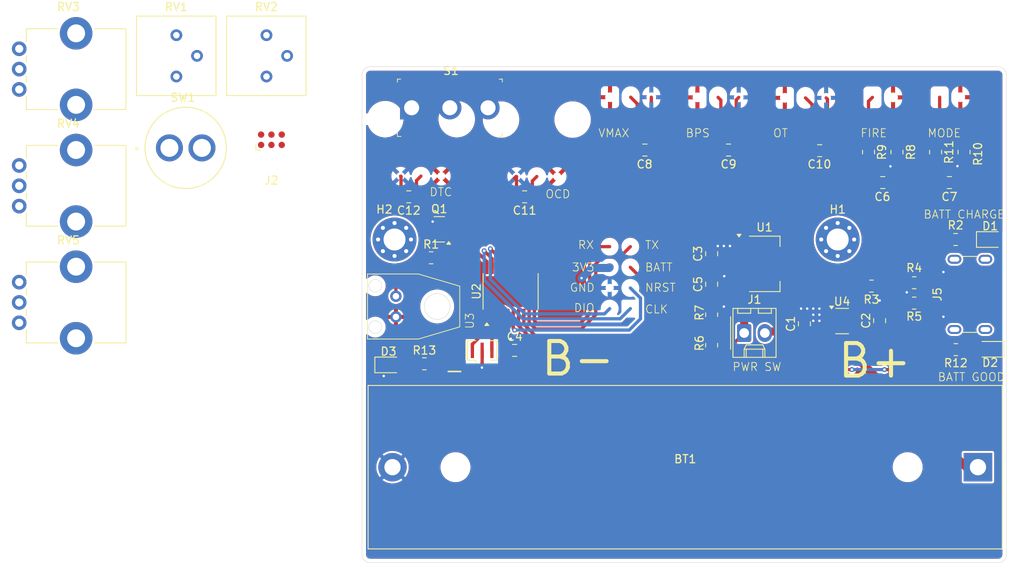
<source format=kicad_pcb>
(kicad_pcb (version 20241229) (generator "pcbnew") (generator_version "9.0")
  (layers (0 "F.Cu" signal) (2 "B.Cu" signal) (13 "F.Paste" user) (15 "B.Paste" user) (5 "F.SilkS" user "F.Silkscreen") (7 "B.SilkS" user "B.Silkscreen") (1 "F.Mask" user) (3 "B.Mask" user) (25 "Edge.Cuts" user))
  (net 0 "")
  (net 1 "Net-(BT1-+)")
  (net 2 "Net-(D1-A)")
  (net 3 "Net-(D1-K)")
  (net 4 "+BATT")
  (net 5 "TX")
  (net 6 "GND")
  (net 7 "Net-(Q1-D)")
  (net 8 "Net-(U3-K)")
  (net 10 "Net-(R8-Pad2)")
  (net 12 "E_OT")
  (net 13 "I_OCD")
  (net 14 "CLK")
  (net 15 "NRST")
  (net 16 "+3.3V")
  (net 17 "Net-(R10-Pad2)")
  (net 18 "I_DTC")
  (net 19 "E_VMAX")
  (net 20 "BAT_LED")
  (net 21 "BAT_SENSE")
  (net 22 "Net-(U2-PC14)")
  (net 23 "BLED")
  (net 24 "E_BPS")
  (net 25 "DIO")
  (net 26 "Net-(U2-PC15)")
  (net 28 "SW_SINGLESHOT")
  (net 29 "BTN_FIRE")
  (net 32 "Net-(J5-CC2)")
  (net 34 "Net-(J5-CC1)")
  (net 35 "Net-(U4-STAT)")
  (net 36 "Net-(U4-PROG)")
  (net 37 "Net-(D2-A)")
  (net 38 "Net-(D3-A)")
  (net 57 "unconnected-(U2-PA3-Pad10)")
  (net 58 "unconnected-(U2-PA2-Pad9)")
  (footprint "Crystal:Resonator_SMD_Murata_CSTxExxV-3Pin_3.0x1.1mm" (layer "F.Cu") (at 202.525 112.8875)
    (property "Reference" "Y1" (hide yes))
    (property "Value" "CSTNE24M0VH3C000R0")
  )
  (footprint "Potentiometer_THT:Potentiometer_Bourns_PTV09A-1_Single_Vertical" (layer "F.Cu") (at 145.59 95.144)
    (property "Reference" "RV4")
    (property "Value" "PTV09A-4020U-B103")
  )
  (footprint "Resistor_SMD:R_0805_2012Metric" (layer "F.Cu") (at 253.54 88.5 90)
    (property "Reference" "R8")
    (property "Value" "10k")
  )
  (footprint "Capacitor_SMD:C_0805_2012Metric" (layer "F.Cu") (at 251.4075 109.2325 90)
    (property "Reference" "C2")
    (property "Value" "10u")
  )
  (footprint "Capacitor_SMD:C_0805_2012Metric" (layer "F.Cu") (at 206.525 112.8875)
    (property "Reference" "C4")
    (property "Value" "100n")
  )
  (footprint "Resistor_SMD:R_0805_2012Metric" (layer "F.Cu") (at 250.04 88.5 -90)
    (property "Reference" "R9")
    (property "Value" "1k")
  )
  (footprint "Capacitor_SMD:C_0805_2012Metric" (layer "F.Cu") (at 244.04 88.33)
    (property "Reference" "C10")
    (property "Value" "10u")
  )
  (footprint "Resistor_SMD:R_0805_2012Metric" (layer "F.Cu") (at 260.7775 112.795 180)
    (property "Reference" "R12")
    (property "Value" "1k")
  )
  (footprint "Resistor_SMD:R_0805_2012Metric" (layer "F.Cu") (at 250.4075 104.9825 180)
    (property "Reference" "R3")
    (property "Value" "2k")
  )
  (footprint "Resistor_SMD:R_0805_2012Metric" (layer "F.Cu") (at 255.6575 104.57 180)
    (property "Reference" "R4")
    (property "Value" "5.1k")
  )
  (footprint "Connector:Tag-Connect_TC2030-IDC-FP_2x03_P1.27mm_Vertical" (layer "F.Cu") (at 176.61 86.984)
    (property "Reference" "J2")
    (property "Value" "Conn_ARM_SWD_TagConnect_TC2030")
  )
  (footprint "Capacitor_SMD:C_0805_2012Metric" (layer "F.Cu") (at 193.5 94 180)
    (property "Reference" "C12")
    (property "Value" "10u")
  )
  (footprint "digikey-footprints:Toggle_Switch_100SP1T1B4M2QE" (layer "F.Cu") (at 193.85 83.05)
    (property "Reference" "S1")
    (property "Value" "100SP1T1B4M2QE")
  )
  (footprint "Resistor_SMD:R_0805_2012Metric" (layer "F.Cu") (at 196.25 101.5)
    (property "Reference" "R1")
    (property "Value" "65R")
  )
  (footprint "Capacitor_SMD:C_0805_2012Metric" (layer "F.Cu") (at 232.83 88.25)
    (property "Reference" "C9")
    (property "Value" "10u")
  )
  (footprint "MountingHole:MountingHole_2.7mm_M2.5_Pad_Via" (layer "F.Cu") (at 246.25 99.25)
    (property "Reference" "H1")
    (property "Value" "MountingHole_Pad")
  )
  (footprint "Resistor_SMD:R_0805_2012Metric" (layer "F.Cu") (at 230.75 108.5 -90)
    (property "Reference" "R7")
    (property "Value" "10k")
  )
  (footprint "Package_TO_SOT_SMD:SOT-23-5" (layer "F.Cu") (at 246.795 109.2825)
    (property "Reference" "U4")
    (property "Value" "MCP73831-2-OT")
  )
  (footprint "Potentiometer_THT:Potentiometer_Bourns_3386P_Vertical" (layer "F.Cu") (at 164.92 79.204)
    (property "Reference" "RV1")
    (property "Value" "3386P-1-103LF")
  )
  (footprint "Resistor_SMD:R_0805_2012Metric" (layer "F.Cu") (at 195.4225 114.5375)
    (property "Reference" "R13")
    (property "Value" "1k")
  )
  (footprint "Battery:BatteryHolder_MPD_BH-18650-PC2" (layer "F.Cu") (at 263.5 127.25 180)
    (property "Reference" "BT1")
    (property "Value" "BH-18650-PC")
  )
  (footprint "Resistor_SMD:R_0805_2012Metric" (layer "F.Cu") (at 255.6575 107.07 180)
    (property "Reference" "R5")
    (property "Value" "5.1k")
  )
  (footprint "Capacitor_SMD:C_0805_2012Metric" (layer "F.Cu") (at 259.99 92.25)
    (property "Reference" "C7")
    (property "Value" "10u")
  )
  (footprint "Capacitor_SMD:C_0805_2012Metric" (layer "F.Cu") (at 230.75 101 90)
    (property "Reference" "C3")
    (property "Value" "10u")
  )
  (footprint "Resistor_SMD:R_0805_2012Metric" (layer "F.Cu") (at 230.75 112.25 -90)
    (property "Reference" "R6")
    (property "Value" "10k")
  )
  (footprint "MountingHole:MountingHole_2.7mm_M2.5_Pad_Via" (layer "F.Cu") (at 191.75 99.25)
    (property "Reference" "H2")
    (property "Value" "MountingHole_Pad")
  )
  (footprint "Resistor_SMD:R_0805_2012Metric" (layer "F.Cu") (at 258.29 88.5 -90)
    (property "Reference" "R11")
    (property "Value" "1k")
  )
  (footprint "LED_SMD:LED_0805_2012Metric" (layer "F.Cu") (at 265 99.25)
    (property "Reference" "D1")
    (property "Value" "LED")
  )
  (footprint "Capacitor_SMD:C_0805_2012Metric" (layer "F.Cu") (at 251.79 92.25)
    (property "Reference" "C6")
    (property "Value" "10u")
  )
  (footprint "Package_SO:TSSOP-20_4.4x6.5mm_P0.65mm" (layer "F.Cu") (at 206.025 105.6375 90)
    (property "Reference" "U2")
    (property "Value" "STM32C011F6Px")
  )
  (footprint "Resistor_SMD:R_0805_2012Metric" (layer "F.Cu") (at 260.75 99.25 180)
    (property "Reference" "R2")
    (property "Value" "1k")
  )
  (footprint "Potentiometer_THT:Potentiometer_Bourns_3386P_Vertical" (layer "F.Cu") (at 176 79.204)
    (property "Reference" "RV2")
    (property "Value" "3386P-1-103LF")
  )
  (footprint "Capacitor_SMD:C_0805_2012Metric" (layer "F.Cu") (at 207.75 94 180)
    (property "Reference" "C11")
    (property "Value" "10u")
  )
  (footprint "Package_TO_SOT_SMD:SOT-23" (layer "F.Cu") (at 197.25 98 180)
    (property "Reference" "Q1")
    (property "Value" "T2N7002AK")
  )
  (footprint "Potentiometer_THT:Potentiometer_Bourns_PTV09A-1_Single_Vertical" (layer "F.Cu") (at 145.59 80.794)
    (property "Reference" "RV3")
    (property "Value" "PTV09A-4020U-B103")
  )
  (footprint "Connector_USB:USB_C_Receptacle_GCT_USB4125-xx-x-0190_6P_TopMnt_Horizontal" (layer "F.Cu") (at 263.6075 106 90)
    (property "Reference" "J5")
    (property "Value" "USB4125-GF-A-0190")
  )
  (footprint "Capacitor_SMD:C_0805_2012Metric" (layer "F.Cu") (at 230.75 104.75 90)
    (property "Reference" "C5")
    (property "Value" "10u")
  )
  (footprint "Resistor_SMD:R_0805_2012Metric" (layer "F.Cu") (at 261.79 88.5 90)
    (property "Reference" "R10")
    (property "Value" "10k")
  )
  (footprint "Connector_Molex:Molex_KK-254_AE-6410-02A_1x02_P2.54mm_Vertical" (layer "F.Cu") (at 234.75 110.75)
    (property "Reference" "J1")
    (property "Value" "Conn_01x02_Pin")
  )
  (footprint "Potentiometer_THT:Potentiometer_Bourns_PTV09A-1_Single_Vertical" (layer "F.Cu") (at 145.59 109.494)
    (property "Reference" "RV5")
    (property "Value" "PTV09A-4020U-B103")
  )
  (footprint "Package_TO_SOT_SMD:SOT-223-3_TabPin2" (layer "F.Cu") (at 237.25 102.25)
    (property "Reference" "U1")
    (property "Value" "NCP1117-3.3_SOT223")
  )
  (footprint "Library:SW_PS1024ALRED" (layer "F.Cu") (at 166.065 87.984)
    (property "Reference" "SW1")
    (property "Value" "PS1024ALRED")
  )
  (footprint "LED_SMD:LED_0805_2012Metric" (layer "F.Cu") (at 191.0125 114.6725)
    (property "Reference" "D3")
    (property "Value" "LED")
  )
  (footprint "Capacitor_SMD:C_0805_2012Metric" (layer "F.Cu") (at 242.1575 109.62 90)
    (property "Reference" "C1")
    (property "Value" "10u")
  )
  (footprint "LED_SMD:LED_0805_2012Metric" (layer "F.Cu") (at 265 112.75 180)
    (property "Reference" "D2")
    (property "Value" "LED")
  )
  (footprint "Capacitor_SMD:C_0805_2012Metric" (layer "F.Cu") (at 222.54 88.25)
    (property "Reference" "C8")
    (property "Value" "10u")
  )
  (footprint "Library:IF-E96E" (layer "F.Cu") (at 188.4325 110.9925 90)
    (property "Reference" "U3")
    (property "Value" "IF-E96E")
    (fp_circle (center 6.0475 0.945) (end 6.835 0.945) (stroke (width 0.05)) (fill no) (layer "Edge.Cuts"))
    (fp_circle (center 0.9678 0.945) (end 1.7553 0.945) (stroke (width 0.05)) (fill no) (layer "Edge.Cuts"))
    (fp_circle (center 3.5075 8.565) (end 5.095 8.565) (stroke (width 0.05)) (fill no) (layer "Edge.Cuts"))
  )
  (gr_line (start 267 79) (end 267 138) (stroke (width 0.05)) (layer "Edge.Cuts"))
  (gr_arc (start 188.75 139) (mid 188.042893 138.707107) (end 187.75 138) (stroke (width 0.05)) (layer "Edge.Cuts"))
  (gr_line (start 266 78) (end 188.75 78) (stroke (width 0.05)) (layer "Edge.Cuts"))
  (gr_line (start 187.75 79) (end 187.75 138) (stroke (width 0.05)) (layer "Edge.Cuts"))
  (gr_line (start 188.75 139) (end 266 139) (stroke (width 0.05)) (layer "Edge.Cuts"))
  (gr_arc (start 187.75 79) (mid 188.042893 78.292893) (end 188.75 78) (stroke (width 0.05)) (layer "Edge.Cuts"))
  (gr_arc (start 267 138) (mid 266.707107 138.707107) (end 266 139) (stroke (width 0.05)) (layer "Edge.Cuts"))
  (gr_arc (start 266 78) (mid 266.707107 78.292893) (end 267 79) (stroke (width 0.05)) (layer "Edge.Cuts"))
  (gr_text "VMAX" (at 216.75 86.75 0) (layer "F.SilkS") (effects (font (size 1 1) (thickness 0.1)) (justify left bottom)))
  (gr_text "GND" (at 213.25 105.75 0) (layer "F.SilkS") (effects (font (size 1 1) (thickness 0.1)) (justify left bottom)))
  (gr_text "B+" (at 246 116.5 0) (layer "F.SilkS") (effects (font (size 4 4) (thickness 0.5)) (justify left bottom)))
  (gr_text "TX" (at 222.5 100.5 0) (layer "F.SilkS") (effects (font (size 1 1) (thickness 0.1)) (justify left bottom)))
  (gr_text "CLK" (at 222.5 108.415 0) (layer "F.SilkS") (effects (font (size 1 1) (thickness 0.1)) (justify left bottom)))
  (gr_text "BPS" (at 227.5 86.75 0) (layer "F.SilkS") (effects (font (size 1 1) (thickness 0.1)) (justify left bottom)))
  (gr_text "-" (at 197.75 116.5 0) (layer "F.SilkS") (effects (font (size 2 2) (thickness 0.2)) (justify left bottom)))
  (gr_text "DIO" (at 213.75 108.25 0) (layer "F.SilkS") (effects (font (size 1 1) (thickness 0.1)) (justify left bottom)))
  (gr_text "OT" (at 238.25 86.75 0) (layer "F.SilkS") (effects (font (size 1 1) (thickness 0.1)) (justify left bottom)))
  (gr_text "B-" (at 209.5 116.25 0) (layer "F.SilkS") (effects (font (size 4 4) (thickness 0.5)) (justify left bottom)))
  (gr_text "3V3" (at 213.5 103.25 0) (layer "F.SilkS") (effects (font (size 1 1) (thickness 0.1)) (justify left bottom)))
  (gr_text "BATT GOOD" (at 258.5 116.75 0) (layer "F.SilkS") (effects (font (size 1 1) (thickness 0.1)) (justify left bottom)))
  (gr_text "NRST" (at 222.5 105.75 0) (layer "F.SilkS") (effects (font (size 1 1) (thickness 0.1)) (justify left bottom)))
  (gr_text "BATT CHARGE" (at 256.75 96.75 0) (layer "F.SilkS") (effects (font (size 1 1) (thickness 0.1)) (justify left bottom)))
  (gr_text "OCD" (at 210.25 94.25 0) (layer "F.SilkS") (effects (font (size 1 1) (thickness 0.1)) (justify left bottom)))
  (gr_text "PWR SW" (at 233.25 115.5 0) (layer "F.SilkS") (effects (font (size 1 1) (thickness 0.1)) (justify left bottom)))
  (gr_text "RX" (at 214.25 100.5 0) (layer "F.SilkS") (effects (font (size 1 1) (thickness 0.1)) (justify left bottom)))
  (gr_text "BATT" (at 222.5 103.25 0) (layer "F.SilkS") (effects (font (size 1 1) (thickness 0.1)) (justify left bottom)))
  (gr_text "FIRE" (at 249 86.75 0) (layer "F.SilkS") (effects (font (size 1 1) (thickness 0.1)) (justify left bottom)))
  (gr_text "MODE" (at 257.25 86.75 0) (layer "F.SilkS") (effects (font (size 1 1) (thickness 0.1)) (justify left bottom)))
  (gr_text "DTC" (at 196 94 0) (layer "F.SilkS") (effects (font (size 1 1) (thickness 0.1)) (justify left bottom)))
  (segment (start 242.1575 110.57) (end 237.47 110.57) (width 1) (layer "F.Cu") (net 1))
  (segment (start 242.1575 110.57) (end 245.371 110.57) (width 1) (layer "F.Cu") (net 1))
  (segment (start 237.47 110.57) (end 237.29 110.75) (width 1) (layer "F.Cu") (net 1))
  (segment (start 245.371 110.57) (end 245.6575 110.2835) (width 1) (layer "F.Cu") (net 1))
  (segment (start 245.371 110.57) (end 262.051 127.25) (width 1) (layer "F.Cu") (net 1))
  (segment (start 262.051 127.25) (end 263.5 127.25) (width 1) (layer "F.Cu") (net 1))
  (segment (start 264.27 104.48) (end 265.9375 102.8125) (width 0.4) (layer "F.Cu") (net 2))
  (segment (start 260.5275 104.48) (end 264.27 104.48) (width 0.4) (layer "F.Cu") (net 2))
  (segment (start 251.6075 110.2325) (end 251.6575 110.1825) (width 0.4) (layer "F.Cu") (net 2))
  (segment (start 265.9375 102.8125) (end 265.9375 99.25) (width 0.4) (layer "F.Cu") (net 2))
  (segment (start 261.6625 99.25) (end 264.0625 99.25) (width 0.4) (layer "F.Cu") (net 3))
  (segment (start 232.3375 113.1625) (end 234.75 110.75) (width 0.4) (layer "F.Cu") (net 4))
  (segment (start 222.879 104.799) (end 233.851 104.799) (width 0.4) (layer "F.Cu") (net 4))
  (segment (start 220.75 102.67) (end 222.879 104.799) (width 0.4) (layer "F.Cu") (net 4))
  (segment (start 234.75 105.2) (end 234.1 104.55) (width 1) (layer "F.Cu") (net 4))
  (segment (start 234.75 110.75) (end 234.75 105.2) (width 1) (layer "F.Cu") (net 4))
  (segment (start 230.75 113.1625) (end 232.3375 113.1625) (width 0.4) (layer "F.Cu") (net 4))
  (segment (start 233.851 104.799) (end 234.1 104.55) (width 0.4) (layer "F.Cu") (net 4))
  (segment (start 200.0875 98.95) (end 198.1875 98.95) (width 0.4) (layer "F.Cu") (net 5))
  (segment (start 203.1 101.9625) (end 200.0875 98.95) (width 0.4) (layer "F.Cu") (net 5))
  (segment (start 203.1 102.775) (end 203.1 101.9625) (width 0.4) (layer "F.Cu") (net 5))
  (segment (start 233.78 82.07) (end 234.08 81.77) (width 0.4) (layer "F.Cu") (net 6))
  (segment (start 205.7 108.5) (end 205.7 111.1125) (width 0.4) (layer "F.Cu") (net 6))
  (segment (start 192.55 91.5) (end 192.5 91.45) (width 0.4) (layer "F.Cu") (net 6))
  (segment (start 251.4075 108.2825) (end 251.4075 106.75) (width 0.4) (layer "F.Cu") (net 6))
  (segment (start 223.33 88.09) (end 223.49 88.25) (width 0.4) (layer "F.Cu") (net 6))
  (segment (start 254.745 105.75) (end 254.745 104.57) (width 0.4) (layer "F.Cu") (net 6))
  (segment (start 205.7 111.1125) (end 206.04375 111.45625) (width 0.4) (layer "F.Cu") (net 6))
  (segment (start 202.5 115) (end 202.5 114.5) (width 0.4) (layer "F.Cu") (net 6))
  (segment (start 265.9375 110.205083) (end 264.482417 108.75) (width 0.4) (layer "F.Cu") (net 6))
  (segment (start 192.55 94) (end 192.55 91.5) (width 0.4) (layer "F.Cu") (net 6))
  (segment (start 254.745 107.07) (end 254.745 105.75) (width 0.4) (layer "F.Cu") (net 6))
  (segment (start 233 100.05) (end 234 100.05) (width 1) (layer "F.Cu") (net 6))
  (segment (start 231.5 107.5) (end 231.4125 107.5875) (width 0.4) (layer "F.Cu") (net 6))
  (segment (start 259.25 108.75) (end 260.5275 108.75) (width 1) (layer "F.Cu") (net 6))
  (segment (start 252.74 92.25) (end 252.74 90.25) (width 0.4) (layer "F.Cu") (net 6))
  (segment (start 190.075 115.69) (end 190.4225 116.0375) (width 0.4) (layer "F.Cu") (net 6))
  (segment (start 232.25 107.5) (end 231.5 107.5) (width 0.4) (layer "F.Cu") (net 6))
  (segment (start 244.99 88.33) (end 244.99 81.99) (width 0.4) (layer "F.Cu") (net 6))
  (segment (start 252.74 90.2125) (end 253.54 89.4125) (width 0.4) (layer "F.Cu") (net 6))
  (segment (start 230.75 100.05) (end 231.5 100.05) (width 1) (layer "F.Cu") (net 6))
  (segment (start 196.4375 97.05) (end 198.1875 97.05) (width 0.4) (layer "F.Cu") (net 6))
  (segment (start 244.99 81.99) (end 244.83 81.83) (width 0.4) (layer "F.Cu") (net 6))
  (segment (start 260.94 92.25) (end 260.94 90.2625) (width 0.4) (layer "F.Cu") (net 6))
  (segment (start 232.25 100.05) (end 233 100.05) (width 1) (layer "F.Cu") (net 6))
  (segment (start 251.4075 105.07) (end 251.32 104.9825) (width 0.4) (layer "F.Cu") (net 6))
  (segment (start 223.33 81.75) (end 223.33 88.09) (width 0.4) (layer "F.Cu") (net 6))
  (segment (start 202.5 114.5) (end 202.525 114.475) (width 0.4) (layer "F.Cu") (net 6))
  (segment (start 252.74 90.25) (end 252.74 90.2125) (width 0.4) (layer "F.Cu") (net 6))
  (segment (start 190.075 114.6725) (end 190.075 115.69) (width 0.4) (layer "F.Cu") (net 6))
  (segment (start 206.75 93.95) (end 206.8 94) (width 0.4) (layer "F.Cu") (net 6))
  (segment (start 260.94 90.2625) (end 260.97625 90.22625) (width 0.4) (layer "F.Cu") (net 6))
  (segment (start 259.25 103.25) (end 260.5275 103.25) (width 1) (layer "F.Cu") (net 6))
  (segment (start 265.9375 112.75) (end 265.9375 110.205083) (width 0.4) (layer "F.Cu") (net 6))
  (segment (start 206.75 91.5) (end 206.75 93.95) (width 0.4) (layer "F.Cu") (net 6))
  (segment (start 234 100.05) (end 234.1 99.95) (width 1) (layer "F.Cu") (net 6))
  (segment (start 233.78 88.25) (end 233.78 82.07) (width 0.4) (layer "F.Cu") (net 6))
  (segment (start 264.482417 108.75) (end 260.5275 108.75) (width 0.4) (layer "F.Cu") (net 6))
  (segment (start 202.525 114.475) (end 202.525 112.8875) (width 0.4) (layer "F.Cu") (net 6))
  (segment (start 231.5 100.05) (end 232.25 100.05) (width 1) (layer "F.Cu") (net 6))
  (segment (start 230.75 103.8) (end 232.259641 103.8) (width 0.4) (layer "F.Cu") (net 6))
  (segment (start 206.34 91.85) (end 206.69 91.5) (width 0.4) (layer "F.Cu") (net 6))
  (segment (start 231.4125 107.5875) (end 230.75 107.5875) (width 0.4) (layer "F.Cu") (net 6))
  (segment (start 251.4075 106.75) (end 251.4075 105.07) (width 0.4) (layer "F.Cu") (net 6))
  (segment (start 232.259641 103.8) (end 232.298259 103.761382) (width 0.4) (layer "F.Cu") (net 6))
  (segment (start 260.97625 90.22625) (end 261.79 89.4125) (width 0.4) (layer "F.Cu") (net 6))
  (segment (start 206.04375 111.45625) (end 207.475 112.8875) (width 0.4) (layer "F.Cu") (net 6))
  (via (at 243.25 109.25) (size 0.6) (drill 0.3) (layers "F.Cu" "B.Cu") (net 6))
  (via (at 243.25 108.5) (size 0.6) (drill 0.3) (layers "F.Cu" "B.Cu") (net 6))
  (via (at 233 100.05) (size 0.6) (drill 0.3) (layers "F.Cu" "B.Cu") (net 6))
  (via (at 252.74 90.25) (size 0.6) (drill 0.3) (layers "F.Cu" "B.Cu") (net 6))
  (via (at 260.97625 90.22625) (size 0.6) (drill 0.3) (layers "F.Cu" "B.Cu") (net 6))
  (via (at 259.25 103.25) (size 0.6) (drill 0.3) (layers "F.Cu" "B.Cu") (net 6))
  (via (at 244 108.5) (size 0.6) (drill 0.3) (layers "F.Cu" "B.Cu") (net 6))
  (via (at 259.25 108.75) (size 0.6) (drill 0.3) (layers "F.Cu" "B.Cu") (net 6))
  (via (at 231.5 100.05) (size 0.6) (drill 0.3) (layers "F.Cu" "B.Cu") (net 6))
  (via (at 202.5 115) (size 0.6) (drill 0.3) (layers "F.Cu" "B.Cu") (net 6))
  (via (at 196.4375 97.05) (size 0.6) (drill 0.3) (layers "F.Cu" "B.Cu") (net 6))
  (via (at 232.25 100.05) (size 0.6) (drill 0.3) (layers "F.Cu" "B.Cu") (net 6))
  (via (at 244 107.75) (size 0.6) (drill 0.3) (layers "F.Cu" "B.Cu") (net 6))
  (via (at 242.5 107.75) (size 0.6) (drill 0.3) (layers "F.Cu" "B.Cu") (net 6))
  (via (at 244 109.25) (size 0.6) (drill 0.3) (layers "F.Cu" "B.Cu") (net 6))
  (via (at 243.25 107.75) (size 0.6) (drill 0.3) (layers "F.Cu" "B.Cu") (net 6))
  (via (at 232.298259 103.761382) (size 0.6) (drill 0.3) (layers "F.Cu" "B.Cu") (net 6))
  (via (at 254.745 105.75) (size 0.6) (drill 0.3) (layers "F.Cu" "B.Cu") (net 6))
  (via (at 232.25 107.5) (size 0.6) (drill 0.3) (layers "F.Cu" "B.Cu") (net 6))
  (via (at 241.75 107.75) (size 0.6) (drill 0.3) (layers "F.Cu" "B.Cu") (net 6))
  (via (at 190.4225 116.0375) (size 0.6) (drill 0.3) (layers "F.Cu" "B.Cu") (net 6))
  (via (at 206.04375 111.45625) (size 0.6) (drill 0.3) (layers "F.Cu" "B.Cu") (net 6))
  (via (at 251.4075 106.75) (size 0.6) (drill 0.3) (layers "F.Cu" "B.Cu") (net 6))
  (segment (start 196.3125 100.65) (end 196.3125 98) (width 0.4) (layer "F.Cu") (net 7))
  (segment (start 197.1625 101.5) (end 196.3125 100.65) (width 0.4) (layer "F.Cu") (net 7))
  (segment (start 191.9175 106.23) (end 191.9175 104.92) (width 0.4) (layer "F.Cu") (net 8))
  (segment (start 191.9175 104.92) (end 195.3375 101.5) (width 0.4) (layer "F.Cu") (net 8))
  (segment (start 250.04 87.5875) (end 250.04 82.25) (width 0.4) (layer "F.Cu") (net 10))
  (segment (start 253.54 87.5875) (end 250.04 87.5875) (width 0.4) (layer "F.Cu") (net 10))
  (segment (start 250.04 82.25) (end 250.52 81.77) (width 0.4) (layer "F.Cu") (net 10))
  (segment (start 243.09 88.33) (end 243.09 82.63) (width 0.4) (layer "F.Cu") (net 12))
  (segment (start 207.65 100.1) (end 216.048 91.702) (width 0.4) (layer "F.Cu") (net 12))
  (segment (start 243.09 82.63) (end 242.29 81.83) (width 0.4) (layer "F.Cu") (net 12))
  (segment (start 216.048 91.702) (end 239.718 91.702) (width 0.4) (layer "F.Cu") (net 12))
  (segment (start 239.718 91.702) (end 243.09 88.33) (width 0.4) (layer "F.Cu") (net 12))
  (segment (start 207.65 102.775) (end 207.65 100.1) (width 0.4) (layer "F.Cu") (net 12))
  (segment (start 205.7 102.775) (end 205.7 97.98) (width 0.4) (layer "F.Cu") (net 13))
  (segment (start 208.7 94) (end 208.7 92.05) (width 0.4) (layer "F.Cu") (net 13))
  (segment (start 208.7 94.98) (end 208.7 94) (width 0.4) (layer "F.Cu") (net 13))
  (segment (start 205.7 97.98) (end 208.7 94.98) (width 0.4) (layer "F.Cu") (net 13))
  (segment (start 208.7 92.05) (end 209.25 91.5) (width 0.4) (layer "F.Cu") (net 13))
  (segment (start 203.75 101.6125) (end 203.75 102.775) (width 0.4) (layer "F.Cu") (net 14))
  (segment (start 202.775 100.6375) (end 203.75 101.6125) (width 0.4) (layer "F.Cu") (net 14))
  (via (at 202.775 100.6375) (size 0.6) (drill 0.3) (layers "F.Cu" "B.Cu") (net 14))
  (segment (start 202.775 100.6375) (end 202.775 104.237442) (width 0.4) (layer "B.Cu") (net 14))
  (segment (start 207.538558 109.001) (end 219.499 109.001) (width 0.4) (layer "B.Cu") (net 14))
  (segment (start 219.499 109.001) (end 220.75 107.75) (width 0.4) (layer "B.Cu") (net 14))
  (segment (start 202.775 104.237442) (end 207.538558 109.001) (width 0.4) (layer "B.Cu") (net 14))
  (segment (start 206.35 110.2125) (end 206.525 110.3875) (width 0.4) (layer "F.Cu") (net 15))
  (segment (start 206.35 108.5) (end 206.35 110.2125) (width 0.4) (layer "F.Cu") (net 15))
  (via (at 206.525 110.3875) (size 0.6) (drill 0.3) (layers "F.Cu" "B.Cu") (net 15))
  (segment (start 206.525 110.3875) (end 220.6145 110.3875) (width 0.4) (layer "B.Cu") (net 15))
  (segment (start 220.6145 110.3875) (end 222.001 109.001) (width 0.4) (layer "B.Cu") (net 15))
  (segment (start 222.001 109.001) (end 222.001 106.461) (width 0.4) (layer "B.Cu") (net 15))
  (segment (start 222.001 106.461) (end 220.75 105.21) (width 0.4) (layer "B.Cu") (net 15))
  (segment (start 230.75 101.95) (end 233.8 101.95) (width 1) (layer "F.Cu") (net 16))
  (segment (start 234.1 102.25) (end 240.4 102.25) (width 1) (layer "F.Cu") (net 16))
  (segment (start 233.8 101.95) (end 234.1 102.25) (width 1) (layer "F.Cu") (net 16))
  (segment (start 205.05 112.3625) (end 205.05 108.5) (width 0.4) (layer "F.Cu") (net 16))
  (segment (start 205.575 112.8875) (end 205.05 112.3625) (width 0.4) (layer "F.Cu") (net 16))
  (via (at 214.75 104) (size 0.6) (drill 0.3) (layers "F.Cu" "B.Cu") (net 16))
  (segment (start 218.13 102.75) (end 218.21 102.67) (width 1) (layer "B.Cu") (net 16))
  (segment (start 216 102.75) (end 218.13 102.75) (width 1) (layer "B.Cu") (net 16))
  (segment (start 214.75 104) (end 216 102.75) (width 1) (layer "B.Cu") (net 16))
  (segment (start 258.29 86.79) (end 258.79 86.29) (width 0.4) (layer "F.Cu") (net 17))
  (segment (start 258.79 86.29) (end 258.79 81.75) (width 0.4) (layer "F.Cu") (net 17))
  (segment (start 258.29 87.5875) (end 261.79 87.5875) (width 0.4) (layer "F.Cu") (net 17))
  (segment (start 258.29 87.5875) (end 258.29 86.79) (width 0.4) (layer "F.Cu") (net 17))
  (segment (start 194.45 94) (end 194.45 92) (width 0.4) (layer "F.Cu") (net 18))
  (segment (start 194.45 92) (end 195 91.45) (width 0.4) (layer "F.Cu") (net 18))
  (segment (start 205.05 102.775) (end 205.05 100.911263) (width 0.4) (layer "F.Cu") (net 18))
  (segment (start 205.05 100.911263) (end 198.138737 94) (width 0.4) (layer "F.Cu") (net 18))
  (segment (start 198.138737 94) (end 194.45 94) (width 0.4) (layer "F.Cu") (net 18))
  (segment (start 206.35 102.775) (end 206.35 99.65) (width 0.4) (layer "F.Cu") (net 19))
  (segment (start 221.59 88.25) (end 221.59 82.55) (width 0.4) (layer "F.Cu") (net 19))
  (segment (start 219.34 90.5) (end 221.59 88.25) (width 0.4) (layer "F.Cu") (net 19))
  (segment (start 221.59 82.55) (end 220.79 81.75) (width 0.4) (layer "F.Cu") (net 19))
  (segment (start 215.5 90.5) (end 219.34 90.5) (width 0.4) (layer "F.Cu") (net 19))
  (segment (start 206.35 99.65) (end 215.5 90.5) (width 0.4) (layer "F.Cu") (net 19))
  (segment (start 207 109.8625) (end 207 108.5) (width 0.4) (layer "F.Cu") (net 20))
  (segment (start 209.1375 112) (end 207 109.8625) (width 0.4) (layer "F.Cu") (net 20))
  (segment (start 248 115.25) (end 229.75 115.25) (width 0.4) (layer "F.Cu") (net 20))
  (segment (start 252 115.25) (end 252.5 115.25) (width 0.4) (layer "F.Cu") (net 20))
  (segment (start 229.75 115.25) (end 226.5 112) (width 0.4) (layer "F.Cu") (net 20))
  (segment (start 254.955 112.795) (end 259.865 112.795) (width 0.4) (layer "F.Cu") (net 20))
  (segment (start 252.5 115.25) (end 254.955 112.795) (width 0.4) (layer "F.Cu") (net 20))
  (segment (start 226.5 112) (end 209.1375 112) (width 0.4) (layer "F.Cu") (net 20))
  (via (at 252 115.25) (size 0.6) (drill 0.3) (layers "F.Cu" "B.Cu") (net 20))
  (via (at 248 115.25) (size 0.6) (drill 0.3) (layers "F.Cu" "B.Cu") (net 20))
  (segment (start 248 115.25) (end 252 115.25) (width 0.4) (layer "B.Cu") (net 20))
  (segment (start 230.75 109.4125) (end 229.6625 109.4125) (width 0.4) (layer "F.Cu") (net 21))
  (segment (start 209.324942 111.3375) (end 230.75 111.3375) (width 0.4) (layer "F.Cu") (net 21))
  (segment (start 229.8 105.7) (end 230.75 105.7) (width 0.4) (layer "F.Cu") (net 21))
  (segment (start 230.75 111.3375) (end 230.75 109.4125) (width 0.4) (layer "F.Cu") (net 21))
  (segment (start 229.6625 109.4125) (end 228.5 108.25) (width 0.4) (layer "F.Cu") (net 21))
  (segment (start 207.65 108.5) (end 207.65 109.662558) (width 0.4) (layer "F.Cu") (net 21))
  (segment (start 207.65 109.662558) (end 209.324942 111.3375) (width 0.4) (layer "F.Cu") (net 21))
  (segment (start 228.5 108.25) (end 228.5 107) (width 0.4) (layer "F.Cu") (net 21))
  (segment (start 228.5 107) (end 229.8 105.7) (width 0.4) (layer "F.Cu") (net 21))
  (segment (start 203.75 108.5) (end 203.75 109.7105) (width 0.4) (layer "F.Cu") (net 22))
  (segment (start 203.75 109.7105) (end 201.325 112.1355) (width 0.4) (layer "F.Cu") (net 22))
  (segment (start 201.325 112.1355) (end 201.325 112.8875) (width 0.4) (layer "F.Cu") (net 22))
  (segment (start 201.680279 110.930279) (end 199.942221 110.930279) (width 0.4) (layer "F.Cu") (net 23))
  (segment (start 203.1 108.5) (end 203.1 109.510558) (width 0.4) (layer "F.Cu") (net 23))
  (segment (start 199.942221 110.930279) (end 196.335 114.5375) (width 0.4) (layer "F.Cu") (net 23))
  (segment (start 203.1 109.510558) (end 201.680279 110.930279) (width 0.4) (layer "F.Cu") (net 23))
  (segment (start 207 102.775) (end 207 100) (width 0.4) (layer "F.Cu") (net 24))
  (segment (start 216.296942 91.101) (end 229.029 91.101) (width 0.4) (layer "F.Cu") (net 24))
  (segment (start 207.049 99.851058) (end 207.401058 99.499) (width 0.4) (layer "F.Cu") (net 24))
  (segment (start 215.899 91.101) (end 216.296942 91.101) (width 0.4) (layer "F.Cu") (net 24))
  (segment (start 207.401058 99.499) (end 215.447 91.453058) (width 0.4) (layer "F.Cu") (net 24))
  (segment (start 231.88 88.25) (end 231.88 82.11) (width 0.4) (layer "F.Cu") (net 24))
  (segment (start 215.799058 91.101) (end 215.899 91.101) (width 0.4) (layer "F.Cu") (net 24))
  (segment (start 207 100) (end 207.049 99.951) (width 0.4) (layer "F.Cu") (net 24))
  (segment (start 231.88 82.11) (end 231.54 81.77) (width 0.4) (layer "F.Cu") (net 24))
  (segment (start 215.447 91.453058) (end 215.799058 91.101) (width 0.4) (layer "F.Cu") (net 24))
  (segment (start 207.049 99.951) (end 207.049 99.851058) (width 0.4) (layer "F.Cu") (net 24))
  (segment (start 229.029 91.101) (end 231.88 88.25) (width 0.4) (layer "F.Cu") (net 24))
  (segment (start 204.4 102.775) (end 204.4 101.252627) (width 0.4) (layer "F.Cu") (net 25))
  (segment (start 204.4 101.252627) (end 203.534968 100.387595) (width 0.4) (layer "F.Cu") (net 25))
  (via (at 203.534968 100.387595) (size 0.6) (drill 0.3) (layers "F.Cu" "B.Cu") (net 25))
  (segment (start 203.534968 100.387595) (end 203.534968 104.147468) (width 0.4) (layer "B.Cu") (net 25))
  (segment (start 217.56 108.4) (end 218.21 107.75) (width 0.4) (layer "B.Cu") (net 25))
  (segment (start 207.7875 108.4) (end 217.56 108.4) (width 0.4) (layer "B.Cu") (net 25))
  (segment (start 203.534968 104.147468) (end 207.7875 108.4) (width 0.4) (layer "B.Cu") (net 25))
  (segment (start 203.725 110.775) (end 204.4 110.1) (width 0.4) (layer "F.Cu") (net 26))
  (segment (start 203.725 112.8875) (end 203.725 110.775) (width 0.4) (layer "F.Cu") (net 26))
  (segment (start 204.4 110.1) (end 204.4 108.5) (width 0.4) (layer "F.Cu") (net 26))
  (segment (start 216 93.75) (end 257.54 93.75) (width 0.4) (layer "F.Cu") (net 28))
  (segment (start 208.95 100.8) (end 216 93.75) (width 0.4) (layer "F.Cu") (net 28))
  (segment (start 208.95 102.775) (end 208.95 100.8) (width 0.4) (layer "F.Cu") (net 28))
  (segment (start 258.29 91.5) (end 259.04 92.25) (width 0.4) (layer "F.Cu") (net 28))
  (segment (start 258.29 89.4125) (end 258.29 91.5) (width 0.4) (layer "F.Cu") (net 28))
  (segment (start 257.54 93.75) (end 259.04 92.25) (width 0.4) (layer "F.Cu") (net 28))
  (segment (start 216.25 92.5) (end 250.59 92.5) (width 0.4) (layer "F.Cu") (net 29))
  (segment (start 250.84 90.2125) (end 250.04 89.4125) (width 0.4) (layer "F.Cu") (net 29))
  (segment (start 208.3 102.775) (end 208.3 100.45) (width 0.4) (layer "F.Cu") (net 29))
  (segment (start 250.84 92.25) (end 250.84 90.2125) (width 0.4) (layer "F.Cu") (net 29))
  (segment (start 250.59 92.5) (end 250.84 92.25) (width 0.4) (layer "F.Cu") (net 29))
  (segment (start 208.3 100.45) (end 216.25 92.5) (width 0.4) (layer "F.Cu") (net 29))
  (segment (start 260.5275 105.5) (end 257.5 105.5) (width 0.4) (layer "F.Cu") (net 32))
  (segment (start 257.5 105.5) (end 256.57 104.57) (width 0.4) (layer "F.Cu") (net 32))
  (segment (start 257.14 106.5) (end 256.57 107.07) (width 0.4) (layer "F.Cu") (net 34))
  (segment (start 260.5275 106.5) (end 257.14 106.5) (width 0.4) (layer "F.Cu") (net 34))
  (segment (start 245.6575 108.3325) (end 245.6575 106.5925) (width 0.4) (layer "F.Cu") (net 35))
  (segment (start 245.6575 106.5925) (end 253 99.25) (width 0.4) (layer "F.Cu") (net 35))
  (segment (start 253 99.25) (end 259.8375 99.25) (width 0.4) (layer "F.Cu") (net 35))
  (segment (start 249.495 107.845) (end 249.495 104.9825) (width 0.4) (layer "F.Cu") (net 36))
  (segment (start 247.9325 108.3325) (end 249.0075 108.3325) (width 0.4) (layer "F.Cu") (net 36))
  (segment (start 249.0075 108.3325) (end 249.495 107.845) (width 0.4) (layer "F.Cu") (net 36))
  (segment (start 261.735 112.75) (end 261.69 112.795) (width 0.4) (layer "F.Cu") (net 37))
  (segment (start 264.0625 112.75) (end 261.735 112.75) (width 0.4) (layer "F.Cu") (net 37))
  (segment (start 194.375 114.6725) (end 194.51 114.5375) (width 0.4) (layer "F.Cu") (net 38))
  (segment (start 191.95 114.6725) (end 194.375 114.6725) (width 0.4) (layer "F.Cu") (net 38))
  (segment (start 208.95 109.262674) (end 208.95 108.5) (width 0.4) (layer "F.Cu") (net 57))
  (segment (start 209.210326 109.523) (end 208.95 109.262674) (width 0.4) (layer "F.Cu") (net 57))
  (segment (start 217.007919 100.13) (end 215.75 101.387919) (width 0.4) (layer "F.Cu") (net 57))
  (segment (start 215.75 101.387919) (end 215.75 108.400058) (width 0.4) (layer "F.Cu") (net 57))
  (segment (start 215.75 108.400058) (end 214.627058 109.523) (width 0.4) (layer "F.Cu") (net 57))
  (segment (start 218.21 100.13) (end 217.007919 100.13) (width 0.4) (layer "F.Cu") (net 57))
  (segment (start 214.627058 109.523) (end 209.210326 109.523) (width 0.4) (layer "F.Cu") (net 57))
  (segment (start 214.75 110.25) (end 216.5 108.5) (width 0.4) (layer "F.Cu") (net 58))
  (segment (start 217.331 101.419) (end 219.461 101.419) (width 0.4) (layer "F.Cu") (net 58))
  (segment (start 208.3 108.5) (end 208.3 109.462616) (width 0.4) (layer "F.Cu") (net 58))
  (segment (start 219.461 101.419) (end 220.75 100.13) (width 0.4) (layer "F.Cu") (net 58))
  (segment (start 208.3 109.462616) (end 209.087384 110.25) (width 0.4) (layer "F.Cu") (net 58))
  (segment (start 209.087384 110.25) (end 214.75 110.25) (width 0.4) (layer "F.Cu") (net 58))
  (segment (start 216.5 102.25) (end 217.331 101.419) (width 0.4) (layer "F.Cu") (net 58))
  (segment (start 216.5 108.5) (end 216.5 102.25) (width 0.4) (layer "F.Cu") (net 58))
  (zone (net 2) (net_name "Net-(D1-A)") (layer "F.Cu") (priority 7) (connect_pads (clearance 0.25)) (min_thickness 0.25) (fill yes (thermal_gap 0.5) (thermal_bridge_width 0.5) (smoothing fillet) (radius 0.5))
    (polygon (pts (xy 252.6575 111.4825) (xy 262.0285 111.505) (xy 262.0285 100.505) (xy 252.5285 100.505)))
  )
  (zone (net 16) (net_name "+3.3V") (layer "F.Cu") (priority 3) (connect_pads (clearance 0.25)) (min_thickness 0.25) (fill yes (thermal_gap 0.5) (thermal_bridge_width 0.5))
    (polygon (pts (xy 187.75 78) (xy 267 78) (xy 267 139) (xy 187.75 139) (xy 187.75 82.75)))
  )
  (zone (net 2) (net_name "Net-(D1-A)") (layer "F.Cu") (priority 7) (connect_pads yes (clearance 0.25)) (min_thickness 0.25) (fill yes (thermal_gap 0.5) (thermal_bridge_width 0.5) (smoothing fillet) (radius 0.5))
    (polygon (pts (xy 247.1575 108.9825) (xy 247.1575 111.4825) (xy 252.6575 111.4825) (xy 252.6575 108.9825)))
  )
  (zone (net 6) (net_name "GND") (layer "F.Cu") (priority 7) (connect_pads yes (clearance 0.25)) (min_thickness 0.25) (fill yes (thermal_gap 0.5) (thermal_bridge_width 0.5) (smoothing fillet) (radius 0.5))
    (polygon (pts (xy 244.6575 108.82) (xy 244.6575 107.32) (xy 240.9075 107.32) (xy 240.9075 109.82) (xy 246.6575 109.82) (xy 246.6575 108.82)))
  )
  (zone (net 0) (net_name "") (layers "F.Cu" "B.Cu") (connect_pads (clearance 0)) (min_thickness 0.25)
    (keepout (tracks allowed) (vias allowed) (pads allowed) (copperpour not_allowed) (footprints allowed))
    (fill (thermal_gap 0.25) (thermal_bridge_width 0.5))
    (polygon (pts (xy 204.5 111.5) (xy 200.5 111.5) (xy 200.5 114.5) (xy 204.5 114.5)))
  )
  (zone (net 6) (net_name "GND") (layer "B.Cu") (priority 4) (connect_pads (clearance 0.25)) (min_thickness 0.25) (fill yes (thermal_gap 0.25) (thermal_bridge_width 0.5) (smoothing fillet) (radius 0.5))
    (polygon (pts (xy 187.75 78) (xy 267 78) (xy 267 139) (xy 187.75 139)))
  )
)
</source>
